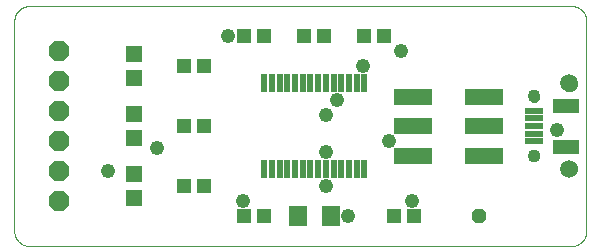
<source format=gts>
G75*
%MOIN*%
%OFA0B0*%
%FSLAX25Y25*%
%IPPOS*%
%LPD*%
%AMOC8*
5,1,8,0,0,1.08239X$1,22.5*
%
%ADD10C,0.00000*%
%ADD11R,0.05131X0.04737*%
%ADD12R,0.06312X0.07099*%
%ADD13R,0.02170X0.06300*%
%ADD14OC8,0.06800*%
%ADD15R,0.05524X0.05524*%
%ADD16R,0.06115X0.02178*%
%ADD17C,0.05918*%
%ADD18C,0.04343*%
%ADD19R,0.09068X0.05131*%
%ADD20R,0.12611X0.05524*%
%ADD21C,0.04800*%
%ADD22OC8,0.04762*%
D10*
X0010800Y0005800D02*
X0191501Y0005800D01*
X0191641Y0005802D01*
X0191781Y0005808D01*
X0191921Y0005818D01*
X0192061Y0005831D01*
X0192200Y0005849D01*
X0192339Y0005871D01*
X0192476Y0005896D01*
X0192614Y0005925D01*
X0192750Y0005958D01*
X0192885Y0005995D01*
X0193019Y0006036D01*
X0193152Y0006081D01*
X0193284Y0006129D01*
X0193414Y0006181D01*
X0193543Y0006236D01*
X0193670Y0006295D01*
X0193796Y0006358D01*
X0193920Y0006424D01*
X0194041Y0006493D01*
X0194161Y0006566D01*
X0194279Y0006643D01*
X0194394Y0006722D01*
X0194508Y0006805D01*
X0194618Y0006891D01*
X0194727Y0006980D01*
X0194833Y0007072D01*
X0194936Y0007167D01*
X0195037Y0007264D01*
X0195134Y0007365D01*
X0195229Y0007468D01*
X0195321Y0007574D01*
X0195410Y0007683D01*
X0195496Y0007793D01*
X0195579Y0007907D01*
X0195658Y0008022D01*
X0195735Y0008140D01*
X0195808Y0008260D01*
X0195877Y0008381D01*
X0195943Y0008505D01*
X0196006Y0008631D01*
X0196065Y0008758D01*
X0196120Y0008887D01*
X0196172Y0009017D01*
X0196220Y0009149D01*
X0196265Y0009282D01*
X0196306Y0009416D01*
X0196343Y0009551D01*
X0196376Y0009687D01*
X0196405Y0009825D01*
X0196430Y0009962D01*
X0196452Y0010101D01*
X0196470Y0010240D01*
X0196483Y0010380D01*
X0196493Y0010520D01*
X0196499Y0010660D01*
X0196501Y0010800D01*
X0196501Y0080761D01*
X0196499Y0080901D01*
X0196493Y0081041D01*
X0196483Y0081181D01*
X0196470Y0081321D01*
X0196452Y0081460D01*
X0196430Y0081599D01*
X0196405Y0081736D01*
X0196376Y0081874D01*
X0196343Y0082010D01*
X0196306Y0082145D01*
X0196265Y0082279D01*
X0196220Y0082412D01*
X0196172Y0082544D01*
X0196120Y0082674D01*
X0196065Y0082803D01*
X0196006Y0082930D01*
X0195943Y0083056D01*
X0195877Y0083180D01*
X0195808Y0083301D01*
X0195735Y0083421D01*
X0195658Y0083539D01*
X0195579Y0083654D01*
X0195496Y0083768D01*
X0195410Y0083878D01*
X0195321Y0083987D01*
X0195229Y0084093D01*
X0195134Y0084196D01*
X0195037Y0084297D01*
X0194936Y0084394D01*
X0194833Y0084489D01*
X0194727Y0084581D01*
X0194618Y0084670D01*
X0194508Y0084756D01*
X0194394Y0084839D01*
X0194279Y0084918D01*
X0194161Y0084995D01*
X0194041Y0085068D01*
X0193920Y0085137D01*
X0193796Y0085203D01*
X0193670Y0085266D01*
X0193543Y0085325D01*
X0193414Y0085380D01*
X0193284Y0085432D01*
X0193152Y0085480D01*
X0193019Y0085525D01*
X0192885Y0085566D01*
X0192750Y0085603D01*
X0192614Y0085636D01*
X0192476Y0085665D01*
X0192339Y0085690D01*
X0192200Y0085712D01*
X0192061Y0085730D01*
X0191921Y0085743D01*
X0191781Y0085753D01*
X0191641Y0085759D01*
X0191501Y0085761D01*
X0010800Y0085761D01*
X0010660Y0085759D01*
X0010520Y0085753D01*
X0010380Y0085743D01*
X0010240Y0085730D01*
X0010101Y0085712D01*
X0009962Y0085690D01*
X0009825Y0085665D01*
X0009687Y0085636D01*
X0009551Y0085603D01*
X0009416Y0085566D01*
X0009282Y0085525D01*
X0009149Y0085480D01*
X0009017Y0085432D01*
X0008887Y0085380D01*
X0008758Y0085325D01*
X0008631Y0085266D01*
X0008505Y0085203D01*
X0008381Y0085137D01*
X0008260Y0085068D01*
X0008140Y0084995D01*
X0008022Y0084918D01*
X0007907Y0084839D01*
X0007793Y0084756D01*
X0007683Y0084670D01*
X0007574Y0084581D01*
X0007468Y0084489D01*
X0007365Y0084394D01*
X0007264Y0084297D01*
X0007167Y0084196D01*
X0007072Y0084093D01*
X0006980Y0083987D01*
X0006891Y0083878D01*
X0006805Y0083768D01*
X0006722Y0083654D01*
X0006643Y0083539D01*
X0006566Y0083421D01*
X0006493Y0083301D01*
X0006424Y0083180D01*
X0006358Y0083056D01*
X0006295Y0082930D01*
X0006236Y0082803D01*
X0006181Y0082674D01*
X0006129Y0082544D01*
X0006081Y0082412D01*
X0006036Y0082279D01*
X0005995Y0082145D01*
X0005958Y0082010D01*
X0005925Y0081874D01*
X0005896Y0081736D01*
X0005871Y0081599D01*
X0005849Y0081460D01*
X0005831Y0081321D01*
X0005818Y0081181D01*
X0005808Y0081041D01*
X0005802Y0080901D01*
X0005800Y0080761D01*
X0005800Y0010800D01*
X0005802Y0010660D01*
X0005808Y0010520D01*
X0005818Y0010380D01*
X0005831Y0010240D01*
X0005849Y0010101D01*
X0005871Y0009962D01*
X0005896Y0009825D01*
X0005925Y0009687D01*
X0005958Y0009551D01*
X0005995Y0009416D01*
X0006036Y0009282D01*
X0006081Y0009149D01*
X0006129Y0009017D01*
X0006181Y0008887D01*
X0006236Y0008758D01*
X0006295Y0008631D01*
X0006358Y0008505D01*
X0006424Y0008381D01*
X0006493Y0008260D01*
X0006566Y0008140D01*
X0006643Y0008022D01*
X0006722Y0007907D01*
X0006805Y0007793D01*
X0006891Y0007683D01*
X0006980Y0007574D01*
X0007072Y0007468D01*
X0007167Y0007365D01*
X0007264Y0007264D01*
X0007365Y0007167D01*
X0007468Y0007072D01*
X0007574Y0006980D01*
X0007683Y0006891D01*
X0007793Y0006805D01*
X0007907Y0006722D01*
X0008022Y0006643D01*
X0008140Y0006566D01*
X0008260Y0006493D01*
X0008381Y0006424D01*
X0008505Y0006358D01*
X0008631Y0006295D01*
X0008758Y0006236D01*
X0008887Y0006181D01*
X0009017Y0006129D01*
X0009149Y0006081D01*
X0009282Y0006036D01*
X0009416Y0005995D01*
X0009551Y0005958D01*
X0009687Y0005925D01*
X0009825Y0005896D01*
X0009962Y0005871D01*
X0010101Y0005849D01*
X0010240Y0005831D01*
X0010380Y0005818D01*
X0010520Y0005808D01*
X0010660Y0005802D01*
X0010800Y0005800D01*
X0177217Y0035957D02*
X0177219Y0036041D01*
X0177225Y0036124D01*
X0177235Y0036207D01*
X0177249Y0036290D01*
X0177266Y0036372D01*
X0177288Y0036453D01*
X0177313Y0036532D01*
X0177342Y0036611D01*
X0177375Y0036688D01*
X0177411Y0036763D01*
X0177451Y0036837D01*
X0177494Y0036909D01*
X0177541Y0036978D01*
X0177591Y0037045D01*
X0177644Y0037110D01*
X0177700Y0037172D01*
X0177758Y0037232D01*
X0177820Y0037289D01*
X0177884Y0037342D01*
X0177951Y0037393D01*
X0178020Y0037440D01*
X0178091Y0037485D01*
X0178164Y0037525D01*
X0178239Y0037562D01*
X0178316Y0037596D01*
X0178394Y0037626D01*
X0178473Y0037652D01*
X0178554Y0037675D01*
X0178636Y0037693D01*
X0178718Y0037708D01*
X0178801Y0037719D01*
X0178884Y0037726D01*
X0178968Y0037729D01*
X0179052Y0037728D01*
X0179135Y0037723D01*
X0179219Y0037714D01*
X0179301Y0037701D01*
X0179383Y0037685D01*
X0179464Y0037664D01*
X0179545Y0037640D01*
X0179623Y0037612D01*
X0179701Y0037580D01*
X0179777Y0037544D01*
X0179851Y0037505D01*
X0179923Y0037463D01*
X0179993Y0037417D01*
X0180061Y0037368D01*
X0180126Y0037316D01*
X0180189Y0037261D01*
X0180249Y0037203D01*
X0180307Y0037142D01*
X0180361Y0037078D01*
X0180413Y0037012D01*
X0180461Y0036944D01*
X0180506Y0036873D01*
X0180547Y0036800D01*
X0180586Y0036726D01*
X0180620Y0036650D01*
X0180651Y0036572D01*
X0180678Y0036493D01*
X0180702Y0036412D01*
X0180721Y0036331D01*
X0180737Y0036249D01*
X0180749Y0036166D01*
X0180757Y0036082D01*
X0180761Y0035999D01*
X0180761Y0035915D01*
X0180757Y0035832D01*
X0180749Y0035748D01*
X0180737Y0035665D01*
X0180721Y0035583D01*
X0180702Y0035502D01*
X0180678Y0035421D01*
X0180651Y0035342D01*
X0180620Y0035264D01*
X0180586Y0035188D01*
X0180547Y0035114D01*
X0180506Y0035041D01*
X0180461Y0034970D01*
X0180413Y0034902D01*
X0180361Y0034836D01*
X0180307Y0034772D01*
X0180249Y0034711D01*
X0180189Y0034653D01*
X0180126Y0034598D01*
X0180061Y0034546D01*
X0179993Y0034497D01*
X0179923Y0034451D01*
X0179851Y0034409D01*
X0179777Y0034370D01*
X0179701Y0034334D01*
X0179623Y0034302D01*
X0179545Y0034274D01*
X0179464Y0034250D01*
X0179383Y0034229D01*
X0179301Y0034213D01*
X0179219Y0034200D01*
X0179135Y0034191D01*
X0179052Y0034186D01*
X0178968Y0034185D01*
X0178884Y0034188D01*
X0178801Y0034195D01*
X0178718Y0034206D01*
X0178636Y0034221D01*
X0178554Y0034239D01*
X0178473Y0034262D01*
X0178394Y0034288D01*
X0178316Y0034318D01*
X0178239Y0034352D01*
X0178164Y0034389D01*
X0178091Y0034429D01*
X0178020Y0034474D01*
X0177951Y0034521D01*
X0177884Y0034572D01*
X0177820Y0034625D01*
X0177758Y0034682D01*
X0177700Y0034742D01*
X0177644Y0034804D01*
X0177591Y0034869D01*
X0177541Y0034936D01*
X0177494Y0035005D01*
X0177451Y0035077D01*
X0177411Y0035151D01*
X0177375Y0035226D01*
X0177342Y0035303D01*
X0177313Y0035382D01*
X0177288Y0035461D01*
X0177266Y0035542D01*
X0177249Y0035624D01*
X0177235Y0035707D01*
X0177225Y0035790D01*
X0177219Y0035873D01*
X0177217Y0035957D01*
X0188241Y0031627D02*
X0188243Y0031728D01*
X0188249Y0031829D01*
X0188259Y0031930D01*
X0188273Y0032030D01*
X0188291Y0032129D01*
X0188313Y0032228D01*
X0188338Y0032326D01*
X0188368Y0032423D01*
X0188401Y0032518D01*
X0188438Y0032612D01*
X0188479Y0032705D01*
X0188523Y0032796D01*
X0188571Y0032885D01*
X0188623Y0032972D01*
X0188678Y0033057D01*
X0188736Y0033139D01*
X0188797Y0033220D01*
X0188862Y0033298D01*
X0188929Y0033373D01*
X0188999Y0033445D01*
X0189073Y0033515D01*
X0189149Y0033582D01*
X0189227Y0033646D01*
X0189308Y0033706D01*
X0189391Y0033763D01*
X0189477Y0033817D01*
X0189565Y0033868D01*
X0189654Y0033915D01*
X0189745Y0033959D01*
X0189838Y0033998D01*
X0189933Y0034035D01*
X0190028Y0034067D01*
X0190125Y0034096D01*
X0190224Y0034120D01*
X0190322Y0034141D01*
X0190422Y0034158D01*
X0190522Y0034171D01*
X0190623Y0034180D01*
X0190724Y0034185D01*
X0190825Y0034186D01*
X0190926Y0034183D01*
X0191027Y0034176D01*
X0191128Y0034165D01*
X0191228Y0034150D01*
X0191327Y0034131D01*
X0191426Y0034108D01*
X0191523Y0034082D01*
X0191620Y0034051D01*
X0191715Y0034017D01*
X0191808Y0033979D01*
X0191901Y0033937D01*
X0191991Y0033892D01*
X0192080Y0033843D01*
X0192166Y0033791D01*
X0192250Y0033735D01*
X0192333Y0033676D01*
X0192412Y0033614D01*
X0192490Y0033549D01*
X0192564Y0033481D01*
X0192636Y0033409D01*
X0192705Y0033336D01*
X0192771Y0033259D01*
X0192834Y0033180D01*
X0192894Y0033098D01*
X0192950Y0033014D01*
X0193003Y0032928D01*
X0193053Y0032840D01*
X0193099Y0032750D01*
X0193142Y0032659D01*
X0193181Y0032565D01*
X0193216Y0032470D01*
X0193247Y0032374D01*
X0193275Y0032277D01*
X0193299Y0032179D01*
X0193319Y0032080D01*
X0193335Y0031980D01*
X0193347Y0031879D01*
X0193355Y0031779D01*
X0193359Y0031678D01*
X0193359Y0031576D01*
X0193355Y0031475D01*
X0193347Y0031375D01*
X0193335Y0031274D01*
X0193319Y0031174D01*
X0193299Y0031075D01*
X0193275Y0030977D01*
X0193247Y0030880D01*
X0193216Y0030784D01*
X0193181Y0030689D01*
X0193142Y0030595D01*
X0193099Y0030504D01*
X0193053Y0030414D01*
X0193003Y0030326D01*
X0192950Y0030240D01*
X0192894Y0030156D01*
X0192834Y0030074D01*
X0192771Y0029995D01*
X0192705Y0029918D01*
X0192636Y0029845D01*
X0192564Y0029773D01*
X0192490Y0029705D01*
X0192412Y0029640D01*
X0192333Y0029578D01*
X0192250Y0029519D01*
X0192166Y0029463D01*
X0192079Y0029411D01*
X0191991Y0029362D01*
X0191901Y0029317D01*
X0191808Y0029275D01*
X0191715Y0029237D01*
X0191620Y0029203D01*
X0191523Y0029172D01*
X0191426Y0029146D01*
X0191327Y0029123D01*
X0191228Y0029104D01*
X0191128Y0029089D01*
X0191027Y0029078D01*
X0190926Y0029071D01*
X0190825Y0029068D01*
X0190724Y0029069D01*
X0190623Y0029074D01*
X0190522Y0029083D01*
X0190422Y0029096D01*
X0190322Y0029113D01*
X0190224Y0029134D01*
X0190125Y0029158D01*
X0190028Y0029187D01*
X0189933Y0029219D01*
X0189838Y0029256D01*
X0189745Y0029295D01*
X0189654Y0029339D01*
X0189565Y0029386D01*
X0189477Y0029437D01*
X0189391Y0029491D01*
X0189308Y0029548D01*
X0189227Y0029608D01*
X0189149Y0029672D01*
X0189073Y0029739D01*
X0188999Y0029809D01*
X0188929Y0029881D01*
X0188862Y0029956D01*
X0188797Y0030034D01*
X0188736Y0030115D01*
X0188678Y0030197D01*
X0188623Y0030282D01*
X0188571Y0030369D01*
X0188523Y0030458D01*
X0188479Y0030549D01*
X0188438Y0030642D01*
X0188401Y0030736D01*
X0188368Y0030831D01*
X0188338Y0030928D01*
X0188313Y0031026D01*
X0188291Y0031125D01*
X0188273Y0031224D01*
X0188259Y0031324D01*
X0188249Y0031425D01*
X0188243Y0031526D01*
X0188241Y0031627D01*
X0177217Y0055643D02*
X0177219Y0055727D01*
X0177225Y0055810D01*
X0177235Y0055893D01*
X0177249Y0055976D01*
X0177266Y0056058D01*
X0177288Y0056139D01*
X0177313Y0056218D01*
X0177342Y0056297D01*
X0177375Y0056374D01*
X0177411Y0056449D01*
X0177451Y0056523D01*
X0177494Y0056595D01*
X0177541Y0056664D01*
X0177591Y0056731D01*
X0177644Y0056796D01*
X0177700Y0056858D01*
X0177758Y0056918D01*
X0177820Y0056975D01*
X0177884Y0057028D01*
X0177951Y0057079D01*
X0178020Y0057126D01*
X0178091Y0057171D01*
X0178164Y0057211D01*
X0178239Y0057248D01*
X0178316Y0057282D01*
X0178394Y0057312D01*
X0178473Y0057338D01*
X0178554Y0057361D01*
X0178636Y0057379D01*
X0178718Y0057394D01*
X0178801Y0057405D01*
X0178884Y0057412D01*
X0178968Y0057415D01*
X0179052Y0057414D01*
X0179135Y0057409D01*
X0179219Y0057400D01*
X0179301Y0057387D01*
X0179383Y0057371D01*
X0179464Y0057350D01*
X0179545Y0057326D01*
X0179623Y0057298D01*
X0179701Y0057266D01*
X0179777Y0057230D01*
X0179851Y0057191D01*
X0179923Y0057149D01*
X0179993Y0057103D01*
X0180061Y0057054D01*
X0180126Y0057002D01*
X0180189Y0056947D01*
X0180249Y0056889D01*
X0180307Y0056828D01*
X0180361Y0056764D01*
X0180413Y0056698D01*
X0180461Y0056630D01*
X0180506Y0056559D01*
X0180547Y0056486D01*
X0180586Y0056412D01*
X0180620Y0056336D01*
X0180651Y0056258D01*
X0180678Y0056179D01*
X0180702Y0056098D01*
X0180721Y0056017D01*
X0180737Y0055935D01*
X0180749Y0055852D01*
X0180757Y0055768D01*
X0180761Y0055685D01*
X0180761Y0055601D01*
X0180757Y0055518D01*
X0180749Y0055434D01*
X0180737Y0055351D01*
X0180721Y0055269D01*
X0180702Y0055188D01*
X0180678Y0055107D01*
X0180651Y0055028D01*
X0180620Y0054950D01*
X0180586Y0054874D01*
X0180547Y0054800D01*
X0180506Y0054727D01*
X0180461Y0054656D01*
X0180413Y0054588D01*
X0180361Y0054522D01*
X0180307Y0054458D01*
X0180249Y0054397D01*
X0180189Y0054339D01*
X0180126Y0054284D01*
X0180061Y0054232D01*
X0179993Y0054183D01*
X0179923Y0054137D01*
X0179851Y0054095D01*
X0179777Y0054056D01*
X0179701Y0054020D01*
X0179623Y0053988D01*
X0179545Y0053960D01*
X0179464Y0053936D01*
X0179383Y0053915D01*
X0179301Y0053899D01*
X0179219Y0053886D01*
X0179135Y0053877D01*
X0179052Y0053872D01*
X0178968Y0053871D01*
X0178884Y0053874D01*
X0178801Y0053881D01*
X0178718Y0053892D01*
X0178636Y0053907D01*
X0178554Y0053925D01*
X0178473Y0053948D01*
X0178394Y0053974D01*
X0178316Y0054004D01*
X0178239Y0054038D01*
X0178164Y0054075D01*
X0178091Y0054115D01*
X0178020Y0054160D01*
X0177951Y0054207D01*
X0177884Y0054258D01*
X0177820Y0054311D01*
X0177758Y0054368D01*
X0177700Y0054428D01*
X0177644Y0054490D01*
X0177591Y0054555D01*
X0177541Y0054622D01*
X0177494Y0054691D01*
X0177451Y0054763D01*
X0177411Y0054837D01*
X0177375Y0054912D01*
X0177342Y0054989D01*
X0177313Y0055068D01*
X0177288Y0055147D01*
X0177266Y0055228D01*
X0177249Y0055310D01*
X0177235Y0055393D01*
X0177225Y0055476D01*
X0177219Y0055559D01*
X0177217Y0055643D01*
X0188241Y0059973D02*
X0188243Y0060074D01*
X0188249Y0060175D01*
X0188259Y0060276D01*
X0188273Y0060376D01*
X0188291Y0060475D01*
X0188313Y0060574D01*
X0188338Y0060672D01*
X0188368Y0060769D01*
X0188401Y0060864D01*
X0188438Y0060958D01*
X0188479Y0061051D01*
X0188523Y0061142D01*
X0188571Y0061231D01*
X0188623Y0061318D01*
X0188678Y0061403D01*
X0188736Y0061485D01*
X0188797Y0061566D01*
X0188862Y0061644D01*
X0188929Y0061719D01*
X0188999Y0061791D01*
X0189073Y0061861D01*
X0189149Y0061928D01*
X0189227Y0061992D01*
X0189308Y0062052D01*
X0189391Y0062109D01*
X0189477Y0062163D01*
X0189565Y0062214D01*
X0189654Y0062261D01*
X0189745Y0062305D01*
X0189838Y0062344D01*
X0189933Y0062381D01*
X0190028Y0062413D01*
X0190125Y0062442D01*
X0190224Y0062466D01*
X0190322Y0062487D01*
X0190422Y0062504D01*
X0190522Y0062517D01*
X0190623Y0062526D01*
X0190724Y0062531D01*
X0190825Y0062532D01*
X0190926Y0062529D01*
X0191027Y0062522D01*
X0191128Y0062511D01*
X0191228Y0062496D01*
X0191327Y0062477D01*
X0191426Y0062454D01*
X0191523Y0062428D01*
X0191620Y0062397D01*
X0191715Y0062363D01*
X0191808Y0062325D01*
X0191901Y0062283D01*
X0191991Y0062238D01*
X0192080Y0062189D01*
X0192166Y0062137D01*
X0192250Y0062081D01*
X0192333Y0062022D01*
X0192412Y0061960D01*
X0192490Y0061895D01*
X0192564Y0061827D01*
X0192636Y0061755D01*
X0192705Y0061682D01*
X0192771Y0061605D01*
X0192834Y0061526D01*
X0192894Y0061444D01*
X0192950Y0061360D01*
X0193003Y0061274D01*
X0193053Y0061186D01*
X0193099Y0061096D01*
X0193142Y0061005D01*
X0193181Y0060911D01*
X0193216Y0060816D01*
X0193247Y0060720D01*
X0193275Y0060623D01*
X0193299Y0060525D01*
X0193319Y0060426D01*
X0193335Y0060326D01*
X0193347Y0060225D01*
X0193355Y0060125D01*
X0193359Y0060024D01*
X0193359Y0059922D01*
X0193355Y0059821D01*
X0193347Y0059721D01*
X0193335Y0059620D01*
X0193319Y0059520D01*
X0193299Y0059421D01*
X0193275Y0059323D01*
X0193247Y0059226D01*
X0193216Y0059130D01*
X0193181Y0059035D01*
X0193142Y0058941D01*
X0193099Y0058850D01*
X0193053Y0058760D01*
X0193003Y0058672D01*
X0192950Y0058586D01*
X0192894Y0058502D01*
X0192834Y0058420D01*
X0192771Y0058341D01*
X0192705Y0058264D01*
X0192636Y0058191D01*
X0192564Y0058119D01*
X0192490Y0058051D01*
X0192412Y0057986D01*
X0192333Y0057924D01*
X0192250Y0057865D01*
X0192166Y0057809D01*
X0192079Y0057757D01*
X0191991Y0057708D01*
X0191901Y0057663D01*
X0191808Y0057621D01*
X0191715Y0057583D01*
X0191620Y0057549D01*
X0191523Y0057518D01*
X0191426Y0057492D01*
X0191327Y0057469D01*
X0191228Y0057450D01*
X0191128Y0057435D01*
X0191027Y0057424D01*
X0190926Y0057417D01*
X0190825Y0057414D01*
X0190724Y0057415D01*
X0190623Y0057420D01*
X0190522Y0057429D01*
X0190422Y0057442D01*
X0190322Y0057459D01*
X0190224Y0057480D01*
X0190125Y0057504D01*
X0190028Y0057533D01*
X0189933Y0057565D01*
X0189838Y0057602D01*
X0189745Y0057641D01*
X0189654Y0057685D01*
X0189565Y0057732D01*
X0189477Y0057783D01*
X0189391Y0057837D01*
X0189308Y0057894D01*
X0189227Y0057954D01*
X0189149Y0058018D01*
X0189073Y0058085D01*
X0188999Y0058155D01*
X0188929Y0058227D01*
X0188862Y0058302D01*
X0188797Y0058380D01*
X0188736Y0058461D01*
X0188678Y0058543D01*
X0188623Y0058628D01*
X0188571Y0058715D01*
X0188523Y0058804D01*
X0188479Y0058895D01*
X0188438Y0058988D01*
X0188401Y0059082D01*
X0188368Y0059177D01*
X0188338Y0059274D01*
X0188313Y0059372D01*
X0188291Y0059471D01*
X0188273Y0059570D01*
X0188259Y0059670D01*
X0188249Y0059771D01*
X0188243Y0059872D01*
X0188241Y0059973D01*
D11*
X0129146Y0075800D03*
X0122454Y0075800D03*
X0109146Y0075800D03*
X0102454Y0075800D03*
X0089146Y0075800D03*
X0082454Y0075800D03*
X0069146Y0065800D03*
X0062454Y0065800D03*
X0062454Y0045800D03*
X0069146Y0045800D03*
X0069146Y0025800D03*
X0062454Y0025800D03*
X0082454Y0015800D03*
X0089146Y0015800D03*
X0132454Y0015800D03*
X0139146Y0015800D03*
D12*
X0111312Y0015800D03*
X0100288Y0015800D03*
D13*
X0099402Y0031406D03*
X0096843Y0031406D03*
X0094284Y0031406D03*
X0091725Y0031406D03*
X0089166Y0031406D03*
X0101961Y0031406D03*
X0104520Y0031406D03*
X0107080Y0031406D03*
X0109639Y0031406D03*
X0112198Y0031406D03*
X0114757Y0031406D03*
X0117316Y0031406D03*
X0119875Y0031406D03*
X0122434Y0031406D03*
X0122434Y0060194D03*
X0119875Y0060194D03*
X0117316Y0060194D03*
X0114757Y0060194D03*
X0112198Y0060194D03*
X0109639Y0060194D03*
X0107080Y0060194D03*
X0104520Y0060194D03*
X0101961Y0060194D03*
X0099402Y0060194D03*
X0096843Y0060194D03*
X0094284Y0060194D03*
X0091725Y0060194D03*
X0089166Y0060194D03*
D14*
X0020800Y0060800D03*
X0020800Y0050800D03*
X0020800Y0040800D03*
X0020800Y0030800D03*
X0020800Y0020800D03*
X0020800Y0070800D03*
D15*
X0045800Y0069934D03*
X0045800Y0061666D03*
X0045800Y0049934D03*
X0045800Y0041666D03*
X0045800Y0029934D03*
X0045800Y0021666D03*
D16*
X0178989Y0040682D03*
X0178989Y0043241D03*
X0178989Y0045800D03*
X0178989Y0048359D03*
X0178989Y0050918D03*
D17*
X0190800Y0059973D03*
X0190800Y0031627D03*
D18*
X0178989Y0035957D03*
X0178989Y0055643D03*
D19*
X0189831Y0052375D03*
X0189831Y0038831D03*
D20*
X0162335Y0035839D03*
X0162335Y0045682D03*
X0162335Y0055524D03*
X0138713Y0055524D03*
X0138713Y0045682D03*
X0138713Y0035839D03*
D21*
X0130800Y0040800D03*
X0109550Y0037050D03*
X0109550Y0025800D03*
X0117050Y0015800D03*
X0138300Y0020800D03*
X0186550Y0044550D03*
X0134550Y0070800D03*
X0122050Y0065800D03*
X0113300Y0054550D03*
X0109550Y0049550D03*
X0077050Y0075800D03*
X0053300Y0038300D03*
X0037050Y0030800D03*
X0082050Y0020800D03*
D22*
X0160800Y0015800D03*
M02*

</source>
